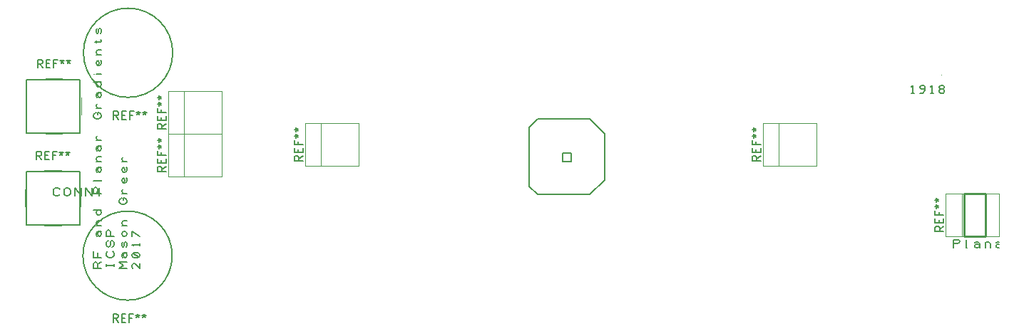
<source format=gbr>
G04 #@! TF.FileFunction,Legend,Top*
%FSLAX46Y46*%
G04 Gerber Fmt 4.6, Leading zero omitted, Abs format (unit mm)*
G04 Created by KiCad (PCBNEW 4.0.6) date 05/23/18 19:53:49*
%MOMM*%
%LPD*%
G01*
G04 APERTURE LIST*
%ADD10C,0.100000*%
%ADD11C,0.203200*%
%ADD12C,0.177800*%
%ADD13C,0.254000*%
%ADD14C,0.001000*%
%ADD15C,0.120000*%
%ADD16C,0.150000*%
G04 APERTURE END LIST*
D10*
D11*
X65000120Y20050000D02*
X66000120Y20050000D01*
X66000120Y20050000D02*
X66000120Y21050000D01*
X66000120Y21050000D02*
X65000120Y21050000D01*
X65000120Y21050000D02*
X65000120Y20050000D01*
X61000130Y24150070D02*
X61999880Y25150060D01*
X61999880Y25150060D02*
X68250050Y25150060D01*
X68250050Y25150060D02*
X70000110Y23400000D01*
X70000110Y23400000D02*
X70000110Y17899890D01*
X70000110Y17899890D02*
X68250050Y16150080D01*
X68250050Y16150080D02*
X61999880Y16150080D01*
X61999880Y16150080D02*
X61000130Y17150080D01*
X61000130Y17150080D02*
X61000130Y24150070D01*
D12*
X10221980Y7350000D02*
X9269480Y7350000D01*
X9269480Y7350000D02*
X9269480Y7905500D01*
X9269480Y7905500D02*
X9348720Y8064500D01*
X9348720Y8064500D02*
X9507470Y8143750D01*
X9507470Y8143750D02*
X9666220Y8064500D01*
X9666220Y8064500D02*
X9745730Y7905500D01*
X9745730Y7905500D02*
X9745730Y7350000D01*
X9745730Y7905500D02*
X10221980Y8143750D01*
X10221980Y8620000D02*
X9269480Y8620000D01*
X9269480Y8620000D02*
X9269480Y9413750D01*
X9745730Y9255000D02*
X9745730Y8620000D01*
X9666220Y11160000D02*
X9586980Y11318750D01*
X9586980Y11318750D02*
X9586980Y11557000D01*
X9586980Y11557000D02*
X9666220Y11715500D01*
X9666220Y11715500D02*
X9824970Y11795000D01*
X9824970Y11795000D02*
X10063230Y11795000D01*
X10063230Y11795000D02*
X10142470Y11715500D01*
X10142470Y11715500D02*
X10221980Y11557000D01*
X10221980Y11557000D02*
X10221980Y11398000D01*
X10221980Y11398000D02*
X10142470Y11239500D01*
X10142470Y11239500D02*
X10063230Y11160000D01*
X10063230Y11160000D02*
X9983720Y11160000D01*
X9983720Y11160000D02*
X9904480Y11239500D01*
X9904480Y11239500D02*
X9824970Y11398000D01*
X9824970Y11398000D02*
X9824970Y11557000D01*
X9824970Y11557000D02*
X9904480Y11715500D01*
X9904480Y11715500D02*
X9983720Y11795000D01*
X10063230Y11795000D02*
X10221980Y11795000D01*
X10221980Y12430000D02*
X9586980Y12430000D01*
X9824970Y12430000D02*
X9666220Y12509500D01*
X9666220Y12509500D02*
X9586980Y12668000D01*
X9586980Y12668000D02*
X9586980Y12827000D01*
X9586980Y12827000D02*
X9666220Y12985500D01*
X9666220Y12985500D02*
X9824970Y13065000D01*
X9824970Y13065000D02*
X10221980Y13065000D01*
X9824970Y14335000D02*
X9666220Y14255500D01*
X9666220Y14255500D02*
X9586980Y14097000D01*
X9586980Y14097000D02*
X9586980Y13938000D01*
X9586980Y13938000D02*
X9666220Y13779500D01*
X9666220Y13779500D02*
X9824970Y13700000D01*
X9824970Y13700000D02*
X9983720Y13700000D01*
X9983720Y13700000D02*
X10142470Y13779500D01*
X10142470Y13779500D02*
X10221980Y13938000D01*
X10221980Y13938000D02*
X10221980Y14097000D01*
X10221980Y14097000D02*
X10142470Y14255500D01*
X10142470Y14255500D02*
X9983720Y14335000D01*
X10221980Y14335000D02*
X9269480Y14335000D01*
X10221980Y16240000D02*
X9269480Y16240000D01*
X9269480Y16240000D02*
X9269480Y16795500D01*
X9269480Y16795500D02*
X9348720Y16954500D01*
X9348720Y16954500D02*
X9507470Y17033750D01*
X9507470Y17033750D02*
X9666220Y16954500D01*
X9666220Y16954500D02*
X9745730Y16795500D01*
X9745730Y16795500D02*
X9745730Y16240000D01*
X10221980Y17907000D02*
X10221980Y17827500D01*
X10221980Y17827500D02*
X9269480Y17827500D01*
X9666220Y18780000D02*
X9586980Y18938750D01*
X9586980Y18938750D02*
X9586980Y19177000D01*
X9586980Y19177000D02*
X9666220Y19335500D01*
X9666220Y19335500D02*
X9824970Y19415000D01*
X9824970Y19415000D02*
X10063230Y19415000D01*
X10063230Y19415000D02*
X10142470Y19335500D01*
X10142470Y19335500D02*
X10221980Y19177000D01*
X10221980Y19177000D02*
X10221980Y19018000D01*
X10221980Y19018000D02*
X10142470Y18859500D01*
X10142470Y18859500D02*
X10063230Y18780000D01*
X10063230Y18780000D02*
X9983720Y18780000D01*
X9983720Y18780000D02*
X9904480Y18859500D01*
X9904480Y18859500D02*
X9824970Y19018000D01*
X9824970Y19018000D02*
X9824970Y19177000D01*
X9824970Y19177000D02*
X9904480Y19335500D01*
X9904480Y19335500D02*
X9983720Y19415000D01*
X10063230Y19415000D02*
X10221980Y19415000D01*
X10221980Y20050000D02*
X9586980Y20050000D01*
X9824970Y20050000D02*
X9666220Y20129500D01*
X9666220Y20129500D02*
X9586980Y20288000D01*
X9586980Y20288000D02*
X9586980Y20447000D01*
X9586980Y20447000D02*
X9666220Y20605500D01*
X9666220Y20605500D02*
X9824970Y20685000D01*
X9824970Y20685000D02*
X10221980Y20685000D01*
X9666220Y21320000D02*
X9586980Y21478750D01*
X9586980Y21478750D02*
X9586980Y21717000D01*
X9586980Y21717000D02*
X9666220Y21875500D01*
X9666220Y21875500D02*
X9824970Y21955000D01*
X9824970Y21955000D02*
X10063230Y21955000D01*
X10063230Y21955000D02*
X10142470Y21875500D01*
X10142470Y21875500D02*
X10221980Y21717000D01*
X10221980Y21717000D02*
X10221980Y21558000D01*
X10221980Y21558000D02*
X10142470Y21399500D01*
X10142470Y21399500D02*
X10063230Y21320000D01*
X10063230Y21320000D02*
X9983720Y21320000D01*
X9983720Y21320000D02*
X9904480Y21399500D01*
X9904480Y21399500D02*
X9824970Y21558000D01*
X9824970Y21558000D02*
X9824970Y21717000D01*
X9824970Y21717000D02*
X9904480Y21875500D01*
X9904480Y21875500D02*
X9983720Y21955000D01*
X10063230Y21955000D02*
X10221980Y21955000D01*
X10221980Y22590000D02*
X9586980Y22590000D01*
X9824970Y22590000D02*
X9666220Y22669500D01*
X9666220Y22669500D02*
X9586980Y22828000D01*
X9586980Y22828000D02*
X9586980Y22987000D01*
X9586980Y22987000D02*
X9666220Y23145500D01*
X9824970Y25685500D02*
X9824970Y25923750D01*
X9824970Y25923750D02*
X9904480Y25923750D01*
X9904480Y25923750D02*
X10063230Y25844500D01*
X10063230Y25844500D02*
X10142470Y25765000D01*
X10142470Y25765000D02*
X10221980Y25606250D01*
X10221980Y25606250D02*
X10221980Y25447500D01*
X10221980Y25447500D02*
X10142470Y25288750D01*
X10142470Y25288750D02*
X10063230Y25209500D01*
X10063230Y25209500D02*
X9904480Y25130000D01*
X9904480Y25130000D02*
X9586980Y25130000D01*
X9586980Y25130000D02*
X9428230Y25209500D01*
X9428230Y25209500D02*
X9348720Y25288750D01*
X9348720Y25288750D02*
X9269480Y25447500D01*
X9269480Y25447500D02*
X9269480Y25606250D01*
X9269480Y25606250D02*
X9348720Y25765000D01*
X9348720Y25765000D02*
X9428230Y25844500D01*
X9428230Y25844500D02*
X9586980Y25923750D01*
X10221980Y26400000D02*
X9586980Y26400000D01*
X9824970Y26400000D02*
X9666220Y26479500D01*
X9666220Y26479500D02*
X9586980Y26638000D01*
X9586980Y26638000D02*
X9586980Y26797000D01*
X9586980Y26797000D02*
X9666220Y26955500D01*
X9666220Y27670000D02*
X9586980Y27828750D01*
X9586980Y27828750D02*
X9586980Y28067000D01*
X9586980Y28067000D02*
X9666220Y28225500D01*
X9666220Y28225500D02*
X9824970Y28305000D01*
X9824970Y28305000D02*
X10063230Y28305000D01*
X10063230Y28305000D02*
X10142470Y28225500D01*
X10142470Y28225500D02*
X10221980Y28067000D01*
X10221980Y28067000D02*
X10221980Y27908000D01*
X10221980Y27908000D02*
X10142470Y27749500D01*
X10142470Y27749500D02*
X10063230Y27670000D01*
X10063230Y27670000D02*
X9983720Y27670000D01*
X9983720Y27670000D02*
X9904480Y27749500D01*
X9904480Y27749500D02*
X9824970Y27908000D01*
X9824970Y27908000D02*
X9824970Y28067000D01*
X9824970Y28067000D02*
X9904480Y28225500D01*
X9904480Y28225500D02*
X9983720Y28305000D01*
X10063230Y28305000D02*
X10221980Y28305000D01*
X9824970Y29575000D02*
X9666220Y29495500D01*
X9666220Y29495500D02*
X9586980Y29337000D01*
X9586980Y29337000D02*
X9586980Y29178000D01*
X9586980Y29178000D02*
X9666220Y29019500D01*
X9666220Y29019500D02*
X9824970Y28940000D01*
X9824970Y28940000D02*
X9983720Y28940000D01*
X9983720Y28940000D02*
X10142470Y29019500D01*
X10142470Y29019500D02*
X10221980Y29178000D01*
X10221980Y29178000D02*
X10221980Y29337000D01*
X10221980Y29337000D02*
X10142470Y29495500D01*
X10142470Y29495500D02*
X9983720Y29575000D01*
X10221980Y29575000D02*
X9269480Y29575000D01*
X10221980Y30527500D02*
X9586980Y30527500D01*
X9348720Y30527500D02*
X9348720Y30527500D01*
X10142470Y32115000D02*
X10221980Y32035500D01*
X10221980Y32035500D02*
X10221980Y31877000D01*
X10221980Y31877000D02*
X10221980Y31718000D01*
X10221980Y31718000D02*
X10142470Y31559500D01*
X10142470Y31559500D02*
X9983720Y31480000D01*
X9983720Y31480000D02*
X9745730Y31480000D01*
X9745730Y31480000D02*
X9666220Y31559500D01*
X9666220Y31559500D02*
X9586980Y31718000D01*
X9586980Y31718000D02*
X9586980Y31877000D01*
X9586980Y31877000D02*
X9666220Y32035500D01*
X9666220Y32035500D02*
X9745730Y32115000D01*
X9745730Y32115000D02*
X9824970Y32115000D01*
X9824970Y32115000D02*
X9904480Y32035500D01*
X9904480Y32035500D02*
X9983720Y31877000D01*
X9983720Y31877000D02*
X9983720Y31718000D01*
X9983720Y31718000D02*
X9904480Y31559500D01*
X9904480Y31559500D02*
X9824970Y31480000D01*
X10221980Y32750000D02*
X9586980Y32750000D01*
X9824970Y32750000D02*
X9666220Y32829500D01*
X9666220Y32829500D02*
X9586980Y32988000D01*
X9586980Y32988000D02*
X9586980Y33147000D01*
X9586980Y33147000D02*
X9666220Y33305500D01*
X9666220Y33305500D02*
X9824970Y33385000D01*
X9824970Y33385000D02*
X10221980Y33385000D01*
X9586980Y34178750D02*
X9586980Y34496250D01*
X9428230Y34337500D02*
X10142470Y34337500D01*
X10142470Y34337500D02*
X10221980Y34417000D01*
X10221980Y34417000D02*
X10221980Y34496250D01*
X10221980Y34496250D02*
X10142470Y34575500D01*
X10142470Y35290000D02*
X10221980Y35448750D01*
X10221980Y35448750D02*
X10221980Y35766250D01*
X10221980Y35766250D02*
X10142470Y35925000D01*
X10142470Y35925000D02*
X9983720Y35925000D01*
X9983720Y35925000D02*
X9904480Y35766250D01*
X9904480Y35766250D02*
X9904480Y35448750D01*
X9904480Y35448750D02*
X9824970Y35290000D01*
X9824970Y35290000D02*
X9666220Y35290000D01*
X9666220Y35290000D02*
X9586980Y35448750D01*
X9586980Y35448750D02*
X9586980Y35766250D01*
X9586980Y35766250D02*
X9666220Y35925000D01*
X11745980Y7588000D02*
X11745980Y7905500D01*
X11745980Y7747000D02*
X10793480Y7747000D01*
X10793480Y7588000D02*
X10793480Y7905500D01*
X11587230Y9413750D02*
X11666470Y9334500D01*
X11666470Y9334500D02*
X11745980Y9175500D01*
X11745980Y9175500D02*
X11745980Y8937500D01*
X11745980Y8937500D02*
X11666470Y8778750D01*
X11666470Y8778750D02*
X11587230Y8699500D01*
X11587230Y8699500D02*
X11428480Y8620000D01*
X11428480Y8620000D02*
X11110980Y8620000D01*
X11110980Y8620000D02*
X10952230Y8699500D01*
X10952230Y8699500D02*
X10872720Y8778750D01*
X10872720Y8778750D02*
X10793480Y8937500D01*
X10793480Y8937500D02*
X10793480Y9175500D01*
X10793480Y9175500D02*
X10872720Y9334500D01*
X10872720Y9334500D02*
X10952230Y9413750D01*
X11507720Y9890000D02*
X11666470Y9969500D01*
X11666470Y9969500D02*
X11745980Y10128000D01*
X11745980Y10128000D02*
X11745980Y10445500D01*
X11745980Y10445500D02*
X11666470Y10604500D01*
X11666470Y10604500D02*
X11507720Y10683750D01*
X11507720Y10683750D02*
X11348970Y10604500D01*
X11348970Y10604500D02*
X11269730Y10445500D01*
X11269730Y10445500D02*
X11269730Y10128000D01*
X11269730Y10128000D02*
X11190220Y9969500D01*
X11190220Y9969500D02*
X11031470Y9890000D01*
X11031470Y9890000D02*
X10872720Y9969500D01*
X10872720Y9969500D02*
X10793480Y10128000D01*
X10793480Y10128000D02*
X10793480Y10445500D01*
X10793480Y10445500D02*
X10872720Y10604500D01*
X10872720Y10604500D02*
X11031470Y10683750D01*
X11745980Y11160000D02*
X10793480Y11160000D01*
X10793480Y11160000D02*
X10793480Y11715500D01*
X10793480Y11715500D02*
X10872720Y11874500D01*
X10872720Y11874500D02*
X11031470Y11953750D01*
X11031470Y11953750D02*
X11190220Y11874500D01*
X11190220Y11874500D02*
X11269730Y11715500D01*
X11269730Y11715500D02*
X11269730Y11160000D01*
X13269980Y7350000D02*
X12317480Y7350000D01*
X12317480Y7350000D02*
X12793730Y7747000D01*
X12793730Y7747000D02*
X12317480Y8143750D01*
X12317480Y8143750D02*
X13269980Y8143750D01*
X12714220Y8620000D02*
X12634980Y8778750D01*
X12634980Y8778750D02*
X12634980Y9017000D01*
X12634980Y9017000D02*
X12714220Y9175500D01*
X12714220Y9175500D02*
X12872970Y9255000D01*
X12872970Y9255000D02*
X13111230Y9255000D01*
X13111230Y9255000D02*
X13190470Y9175500D01*
X13190470Y9175500D02*
X13269980Y9017000D01*
X13269980Y9017000D02*
X13269980Y8858000D01*
X13269980Y8858000D02*
X13190470Y8699500D01*
X13190470Y8699500D02*
X13111230Y8620000D01*
X13111230Y8620000D02*
X13031720Y8620000D01*
X13031720Y8620000D02*
X12952480Y8699500D01*
X12952480Y8699500D02*
X12872970Y8858000D01*
X12872970Y8858000D02*
X12872970Y9017000D01*
X12872970Y9017000D02*
X12952480Y9175500D01*
X12952480Y9175500D02*
X13031720Y9255000D01*
X13111230Y9255000D02*
X13269980Y9255000D01*
X13190470Y9890000D02*
X13269980Y10048750D01*
X13269980Y10048750D02*
X13269980Y10366250D01*
X13269980Y10366250D02*
X13190470Y10525000D01*
X13190470Y10525000D02*
X13031720Y10525000D01*
X13031720Y10525000D02*
X12952480Y10366250D01*
X12952480Y10366250D02*
X12952480Y10048750D01*
X12952480Y10048750D02*
X12872970Y9890000D01*
X12872970Y9890000D02*
X12714220Y9890000D01*
X12714220Y9890000D02*
X12634980Y10048750D01*
X12634980Y10048750D02*
X12634980Y10366250D01*
X12634980Y10366250D02*
X12714220Y10525000D01*
X13031720Y11160000D02*
X13190470Y11239500D01*
X13190470Y11239500D02*
X13269980Y11398000D01*
X13269980Y11398000D02*
X13269980Y11557000D01*
X13269980Y11557000D02*
X13190470Y11715500D01*
X13190470Y11715500D02*
X13031720Y11795000D01*
X13031720Y11795000D02*
X12872970Y11795000D01*
X12872970Y11795000D02*
X12714220Y11715500D01*
X12714220Y11715500D02*
X12634980Y11557000D01*
X12634980Y11557000D02*
X12634980Y11398000D01*
X12634980Y11398000D02*
X12714220Y11239500D01*
X12714220Y11239500D02*
X12872970Y11160000D01*
X12872970Y11160000D02*
X13031720Y11160000D01*
X13269980Y12430000D02*
X12634980Y12430000D01*
X12872970Y12430000D02*
X12714220Y12509500D01*
X12714220Y12509500D02*
X12634980Y12668000D01*
X12634980Y12668000D02*
X12634980Y12827000D01*
X12634980Y12827000D02*
X12714220Y12985500D01*
X12714220Y12985500D02*
X12872970Y13065000D01*
X12872970Y13065000D02*
X13269980Y13065000D01*
X12872970Y15525500D02*
X12872970Y15763750D01*
X12872970Y15763750D02*
X12952480Y15763750D01*
X12952480Y15763750D02*
X13111230Y15684500D01*
X13111230Y15684500D02*
X13190470Y15605000D01*
X13190470Y15605000D02*
X13269980Y15446250D01*
X13269980Y15446250D02*
X13269980Y15287500D01*
X13269980Y15287500D02*
X13190470Y15128750D01*
X13190470Y15128750D02*
X13111230Y15049500D01*
X13111230Y15049500D02*
X12952480Y14970000D01*
X12952480Y14970000D02*
X12634980Y14970000D01*
X12634980Y14970000D02*
X12476230Y15049500D01*
X12476230Y15049500D02*
X12396720Y15128750D01*
X12396720Y15128750D02*
X12317480Y15287500D01*
X12317480Y15287500D02*
X12317480Y15446250D01*
X12317480Y15446250D02*
X12396720Y15605000D01*
X12396720Y15605000D02*
X12476230Y15684500D01*
X12476230Y15684500D02*
X12634980Y15763750D01*
X13269980Y16240000D02*
X12634980Y16240000D01*
X12872970Y16240000D02*
X12714220Y16319500D01*
X12714220Y16319500D02*
X12634980Y16478000D01*
X12634980Y16478000D02*
X12634980Y16637000D01*
X12634980Y16637000D02*
X12714220Y16795500D01*
X13190470Y18145000D02*
X13269980Y18065500D01*
X13269980Y18065500D02*
X13269980Y17907000D01*
X13269980Y17907000D02*
X13269980Y17748000D01*
X13269980Y17748000D02*
X13190470Y17589500D01*
X13190470Y17589500D02*
X13031720Y17510000D01*
X13031720Y17510000D02*
X12793730Y17510000D01*
X12793730Y17510000D02*
X12714220Y17589500D01*
X12714220Y17589500D02*
X12634980Y17748000D01*
X12634980Y17748000D02*
X12634980Y17907000D01*
X12634980Y17907000D02*
X12714220Y18065500D01*
X12714220Y18065500D02*
X12793730Y18145000D01*
X12793730Y18145000D02*
X12872970Y18145000D01*
X12872970Y18145000D02*
X12952480Y18065500D01*
X12952480Y18065500D02*
X13031720Y17907000D01*
X13031720Y17907000D02*
X13031720Y17748000D01*
X13031720Y17748000D02*
X12952480Y17589500D01*
X12952480Y17589500D02*
X12872970Y17510000D01*
X13190470Y19415000D02*
X13269980Y19335500D01*
X13269980Y19335500D02*
X13269980Y19177000D01*
X13269980Y19177000D02*
X13269980Y19018000D01*
X13269980Y19018000D02*
X13190470Y18859500D01*
X13190470Y18859500D02*
X13031720Y18780000D01*
X13031720Y18780000D02*
X12793730Y18780000D01*
X12793730Y18780000D02*
X12714220Y18859500D01*
X12714220Y18859500D02*
X12634980Y19018000D01*
X12634980Y19018000D02*
X12634980Y19177000D01*
X12634980Y19177000D02*
X12714220Y19335500D01*
X12714220Y19335500D02*
X12793730Y19415000D01*
X12793730Y19415000D02*
X12872970Y19415000D01*
X12872970Y19415000D02*
X12952480Y19335500D01*
X12952480Y19335500D02*
X13031720Y19177000D01*
X13031720Y19177000D02*
X13031720Y19018000D01*
X12952480Y18859500D02*
X12872970Y18780000D01*
X13269980Y20050000D02*
X12634980Y20050000D01*
X12872970Y20050000D02*
X12714220Y20129500D01*
X12714220Y20129500D02*
X12634980Y20288000D01*
X12634980Y20288000D02*
X12634980Y20447000D01*
X12634980Y20447000D02*
X12714220Y20605500D01*
X14793980Y7985000D02*
X14793980Y7350000D01*
X14793980Y7350000D02*
X14238220Y7905500D01*
X14238220Y7905500D02*
X14079470Y7985000D01*
X14079470Y7985000D02*
X13920720Y7905500D01*
X13920720Y7905500D02*
X13841480Y7747000D01*
X13841480Y7747000D02*
X13841480Y7508750D01*
X13841480Y7508750D02*
X13920720Y7350000D01*
X14714470Y8699500D02*
X14793980Y8858000D01*
X14793980Y8858000D02*
X14793980Y9017000D01*
X14793980Y9017000D02*
X14714470Y9175500D01*
X14714470Y9175500D02*
X14555720Y9255000D01*
X14555720Y9255000D02*
X14079470Y9255000D01*
X14079470Y9255000D02*
X13920720Y9175500D01*
X13920720Y9175500D02*
X13841480Y9017000D01*
X13841480Y9017000D02*
X13841480Y8858000D01*
X13841480Y8858000D02*
X13920720Y8699500D01*
X13920720Y8699500D02*
X14079470Y8620000D01*
X14079470Y8620000D02*
X14555720Y8620000D01*
X14555720Y8620000D02*
X14714470Y8699500D01*
X14714470Y8699500D02*
X13920720Y9175500D01*
X14793980Y10048750D02*
X14793980Y10366250D01*
X14793980Y10207500D02*
X13841480Y10207500D01*
X13841480Y10207500D02*
X14000230Y10048750D01*
X14793980Y11160000D02*
X13841480Y11795000D01*
X13841480Y11795000D02*
X13841480Y11160000D01*
D13*
X112629950Y16279620D02*
X112629950Y11199620D01*
X112629950Y11199620D02*
X115169950Y11199620D01*
X115169950Y11199620D02*
X115169950Y16279620D01*
X115169950Y16279620D02*
X112629950Y16279620D01*
D12*
X111350040Y9847830D02*
X111350040Y10800330D01*
X111350040Y10800330D02*
X111905540Y10800330D01*
X111905540Y10800330D02*
X112064290Y10721090D01*
X112064290Y10721090D02*
X112143790Y10562340D01*
X112143790Y10562340D02*
X112064290Y10403590D01*
X112064290Y10403590D02*
X111905540Y10324080D01*
X111905540Y10324080D02*
X111350040Y10324080D01*
X113016790Y9847830D02*
X112937540Y9847830D01*
X112937540Y9847830D02*
X112937540Y10800330D01*
X113890040Y10403590D02*
X114048790Y10482830D01*
X114048790Y10482830D02*
X114286790Y10482830D01*
X114286790Y10482830D02*
X114445540Y10403590D01*
X114445540Y10403590D02*
X114525040Y10244840D01*
X114525040Y10244840D02*
X114525040Y10006580D01*
X114525040Y10006580D02*
X114445540Y9927340D01*
X114445540Y9927340D02*
X114286790Y9847830D01*
X114286790Y9847830D02*
X114128040Y9847830D01*
X114128040Y9847830D02*
X113969290Y9927340D01*
X113969290Y9927340D02*
X113890040Y10006580D01*
X113890040Y10006580D02*
X113890040Y10086090D01*
X113890040Y10086090D02*
X113969290Y10165330D01*
X113969290Y10165330D02*
X114128040Y10244840D01*
X114128040Y10244840D02*
X114286790Y10244840D01*
X114286790Y10244840D02*
X114445540Y10165330D01*
X114445540Y10165330D02*
X114525040Y10086090D01*
X114525040Y10006580D02*
X114525040Y9847830D01*
X115160040Y9847830D02*
X115160040Y10482830D01*
X115160040Y10244840D02*
X115239290Y10403590D01*
X115239290Y10403590D02*
X115398040Y10482830D01*
X115398040Y10482830D02*
X115556790Y10482830D01*
X115556790Y10482830D02*
X115715540Y10403590D01*
X115715540Y10403590D02*
X115795040Y10244840D01*
X115795040Y10244840D02*
X115795040Y9847830D01*
X116430040Y10403590D02*
X116588790Y10482830D01*
X116588790Y10482830D02*
X116826790Y10482830D01*
X116826790Y9847830D02*
X116668040Y9847830D01*
X116668040Y9847830D02*
X116509290Y9927340D01*
X116509290Y9927340D02*
X116430040Y10006580D01*
X116430040Y10006580D02*
X116430040Y10086090D01*
X116430040Y10086090D02*
X116509290Y10165330D01*
X116509290Y10165330D02*
X116668040Y10244840D01*
X116668040Y10244840D02*
X116826790Y10244840D01*
D11*
X1352040Y23477980D02*
X7702040Y23477980D01*
X7702040Y23477980D02*
X7702040Y29827980D01*
X7702040Y29827980D02*
X1352040Y29827980D01*
X1352040Y29827980D02*
X1352040Y23477980D01*
X1324860Y12575030D02*
X7674860Y12575030D01*
X7674860Y12575030D02*
X7674860Y18925030D01*
X7674860Y18925030D02*
X1324860Y18925030D01*
X1324860Y18925030D02*
X1324860Y12575030D01*
D12*
X5293870Y16147030D02*
X5214370Y16067530D01*
X5214370Y16067530D02*
X5055620Y15988030D01*
X5055620Y15988030D02*
X4817360Y15988030D01*
X4817360Y15988030D02*
X4658870Y16067530D01*
X4658870Y16067530D02*
X4579370Y16147030D01*
X4579370Y16147030D02*
X4499860Y16305530D01*
X4499860Y16305530D02*
X4499860Y16623030D01*
X4499860Y16623030D02*
X4579370Y16782030D01*
X4579370Y16782030D02*
X4658870Y16861280D01*
X4658870Y16861280D02*
X4817360Y16940530D01*
X4817360Y16940530D02*
X5055620Y16940530D01*
X5055620Y16940530D02*
X5214370Y16861280D01*
X5214370Y16861280D02*
X5293870Y16782030D01*
X5769860Y16305530D02*
X5769860Y16623030D01*
X5769860Y16623030D02*
X5849370Y16782030D01*
X5849370Y16782030D02*
X5928870Y16861280D01*
X5928870Y16861280D02*
X6087360Y16940530D01*
X6087360Y16940530D02*
X6246370Y16940530D01*
X6246370Y16940530D02*
X6404860Y16861280D01*
X6404860Y16861280D02*
X6484370Y16782030D01*
X6484370Y16782030D02*
X6563870Y16623030D01*
X6563870Y16623030D02*
X6563870Y16305530D01*
X6563870Y16305530D02*
X6484370Y16147030D01*
X6484370Y16147030D02*
X6404860Y16067530D01*
X6404860Y16067530D02*
X6246370Y15988030D01*
X6246370Y15988030D02*
X6087360Y15988030D01*
X6087360Y15988030D02*
X5928870Y16067530D01*
X5928870Y16067530D02*
X5849370Y16147030D01*
X5849370Y16147030D02*
X5769860Y16305530D01*
X7039860Y15988030D02*
X7039860Y16940530D01*
X7039860Y16940530D02*
X7833870Y15988030D01*
X7833870Y15988030D02*
X7833870Y16940530D01*
X8309860Y15988030D02*
X8309860Y16940530D01*
X8309860Y16940530D02*
X9103870Y15988030D01*
X9103870Y15988030D02*
X9103870Y16940530D01*
X9976870Y15988030D02*
X9976870Y16940530D01*
X9976870Y16940530D02*
X9579860Y16305530D01*
X9579860Y16305530D02*
X10214860Y16305530D01*
X106412540Y29005780D02*
X106572300Y29165550D01*
X106572300Y29165550D02*
X106572300Y28206950D01*
X106412540Y28206950D02*
X106732070Y28206950D01*
X107395770Y28206950D02*
X107715300Y28206950D01*
X107715300Y28206950D02*
X108034840Y28526490D01*
X108034840Y28526490D02*
X108034840Y29005780D01*
X108034840Y29005780D02*
X107875070Y29165550D01*
X107875070Y29165550D02*
X107555540Y29165550D01*
X107555540Y29165550D02*
X107395770Y29005780D01*
X107395770Y29005780D02*
X107395770Y28846020D01*
X107395770Y28846020D02*
X107555540Y28686250D01*
X107555540Y28686250D02*
X108034840Y28686250D01*
X108698540Y29005780D02*
X108858300Y29165550D01*
X108858300Y29165550D02*
X108858300Y28206950D01*
X108698540Y28206950D02*
X109018070Y28206950D01*
X109841540Y29165550D02*
X110161070Y29165550D01*
X109841540Y28686250D02*
X110161070Y28686250D01*
X109841540Y28206950D02*
X110161070Y28206950D01*
X109681770Y29005780D02*
X109681770Y28846020D01*
X110320840Y29005780D02*
X110320840Y28846020D01*
X109681770Y28526490D02*
X109681770Y28366720D01*
X110320840Y28526490D02*
X110320840Y28366720D01*
X110161070Y29165550D02*
X110320840Y29005780D01*
X109841540Y29165550D02*
X109681770Y29005780D01*
X110161070Y28686250D02*
X110320840Y28846020D01*
X109841540Y28686250D02*
X109681770Y28846020D01*
X110161070Y28686250D02*
X110320840Y28526490D01*
X109841540Y28686250D02*
X109681770Y28526490D01*
X110161070Y28206950D02*
X110320840Y28366720D01*
X109841540Y28206950D02*
X109681770Y28366720D01*
D14*
X109956600Y30437580D02*
X109956600Y30437580D01*
D15*
X20066000Y28448000D02*
X20066000Y23368000D01*
X24506000Y28448000D02*
X24506000Y23368000D01*
X18166000Y23368000D02*
X18166000Y28448000D01*
X18166000Y23368000D02*
X24506000Y23368000D01*
X18166000Y28448000D02*
X24506000Y28448000D01*
X20066000Y23368000D02*
X20066000Y18288000D01*
X24506000Y23368000D02*
X24506000Y18288000D01*
X18166000Y18288000D02*
X18166000Y23368000D01*
X18166000Y18288000D02*
X24506000Y18288000D01*
X18166000Y23368000D02*
X24506000Y23368000D01*
X3572000Y29970000D02*
X5572000Y29970000D01*
X3572000Y23370000D02*
X5572000Y23370000D01*
X7872000Y27670000D02*
X7872000Y25670000D01*
X1272000Y27670000D02*
X1272000Y25670000D01*
D16*
X18698301Y33020000D02*
G75*
G03X18698301Y33020000I-5303301J0D01*
G01*
D15*
X3445000Y19048000D02*
X5445000Y19048000D01*
X3445000Y12448000D02*
X5445000Y12448000D01*
X7745000Y16748000D02*
X7745000Y14748000D01*
X1145000Y16748000D02*
X1145000Y14748000D01*
X36322000Y24638000D02*
X36322000Y19558000D01*
X40762000Y24638000D02*
X40762000Y19558000D01*
X34422000Y19558000D02*
X34422000Y24638000D01*
X34422000Y19558000D02*
X40762000Y19558000D01*
X34422000Y24638000D02*
X40762000Y24638000D01*
X112395000Y16256000D02*
X112395000Y11176000D01*
X116835000Y16256000D02*
X116835000Y11176000D01*
X110495000Y11176000D02*
X110495000Y16256000D01*
X110495000Y11176000D02*
X116835000Y11176000D01*
X110495000Y16256000D02*
X116835000Y16256000D01*
X90678000Y24638000D02*
X90678000Y19558000D01*
X95118000Y24638000D02*
X95118000Y19558000D01*
X88778000Y19558000D02*
X88778000Y24638000D01*
X88778000Y19558000D02*
X95118000Y19558000D01*
X88778000Y24638000D02*
X95118000Y24638000D01*
D16*
X18638301Y8890000D02*
G75*
G03X18638301Y8890000I-5303301J0D01*
G01*
X17888381Y24574667D02*
X17412190Y24241333D01*
X17888381Y24003238D02*
X16888381Y24003238D01*
X16888381Y24384191D01*
X16936000Y24479429D01*
X16983619Y24527048D01*
X17078857Y24574667D01*
X17221714Y24574667D01*
X17316952Y24527048D01*
X17364571Y24479429D01*
X17412190Y24384191D01*
X17412190Y24003238D01*
X17364571Y25003238D02*
X17364571Y25336572D01*
X17888381Y25479429D02*
X17888381Y25003238D01*
X16888381Y25003238D01*
X16888381Y25479429D01*
X17364571Y26241334D02*
X17364571Y25908000D01*
X17888381Y25908000D02*
X16888381Y25908000D01*
X16888381Y26384191D01*
X16888381Y26908000D02*
X17126476Y26908000D01*
X17031238Y26669905D02*
X17126476Y26908000D01*
X17031238Y27146096D01*
X17316952Y26765143D02*
X17126476Y26908000D01*
X17316952Y27050858D01*
X16888381Y27669905D02*
X17126476Y27669905D01*
X17031238Y27431810D02*
X17126476Y27669905D01*
X17031238Y27908001D01*
X17316952Y27527048D02*
X17126476Y27669905D01*
X17316952Y27812763D01*
X17888381Y19494667D02*
X17412190Y19161333D01*
X17888381Y18923238D02*
X16888381Y18923238D01*
X16888381Y19304191D01*
X16936000Y19399429D01*
X16983619Y19447048D01*
X17078857Y19494667D01*
X17221714Y19494667D01*
X17316952Y19447048D01*
X17364571Y19399429D01*
X17412190Y19304191D01*
X17412190Y18923238D01*
X17364571Y19923238D02*
X17364571Y20256572D01*
X17888381Y20399429D02*
X17888381Y19923238D01*
X16888381Y19923238D01*
X16888381Y20399429D01*
X17364571Y21161334D02*
X17364571Y20828000D01*
X17888381Y20828000D02*
X16888381Y20828000D01*
X16888381Y21304191D01*
X16888381Y21828000D02*
X17126476Y21828000D01*
X17031238Y21589905D02*
X17126476Y21828000D01*
X17031238Y22066096D01*
X17316952Y21685143D02*
X17126476Y21828000D01*
X17316952Y21970858D01*
X16888381Y22589905D02*
X17126476Y22589905D01*
X17031238Y22351810D02*
X17126476Y22589905D01*
X17031238Y22828001D01*
X17316952Y22447048D02*
X17126476Y22589905D01*
X17316952Y22732763D01*
X3238667Y31217619D02*
X2905333Y31693810D01*
X2667238Y31217619D02*
X2667238Y32217619D01*
X3048191Y32217619D01*
X3143429Y32170000D01*
X3191048Y32122381D01*
X3238667Y32027143D01*
X3238667Y31884286D01*
X3191048Y31789048D01*
X3143429Y31741429D01*
X3048191Y31693810D01*
X2667238Y31693810D01*
X3667238Y31741429D02*
X4000572Y31741429D01*
X4143429Y31217619D02*
X3667238Y31217619D01*
X3667238Y32217619D01*
X4143429Y32217619D01*
X4905334Y31741429D02*
X4572000Y31741429D01*
X4572000Y31217619D02*
X4572000Y32217619D01*
X5048191Y32217619D01*
X5572000Y32217619D02*
X5572000Y31979524D01*
X5333905Y32074762D02*
X5572000Y31979524D01*
X5810096Y32074762D01*
X5429143Y31789048D02*
X5572000Y31979524D01*
X5714858Y31789048D01*
X6333905Y32217619D02*
X6333905Y31979524D01*
X6095810Y32074762D02*
X6333905Y31979524D01*
X6572001Y32074762D01*
X6191048Y31789048D02*
X6333905Y31979524D01*
X6476763Y31789048D01*
X12261667Y25067619D02*
X11928333Y25543810D01*
X11690238Y25067619D02*
X11690238Y26067619D01*
X12071191Y26067619D01*
X12166429Y26020000D01*
X12214048Y25972381D01*
X12261667Y25877143D01*
X12261667Y25734286D01*
X12214048Y25639048D01*
X12166429Y25591429D01*
X12071191Y25543810D01*
X11690238Y25543810D01*
X12690238Y25591429D02*
X13023572Y25591429D01*
X13166429Y25067619D02*
X12690238Y25067619D01*
X12690238Y26067619D01*
X13166429Y26067619D01*
X13928334Y25591429D02*
X13595000Y25591429D01*
X13595000Y25067619D02*
X13595000Y26067619D01*
X14071191Y26067619D01*
X14595000Y26067619D02*
X14595000Y25829524D01*
X14356905Y25924762D02*
X14595000Y25829524D01*
X14833096Y25924762D01*
X14452143Y25639048D02*
X14595000Y25829524D01*
X14737858Y25639048D01*
X15356905Y26067619D02*
X15356905Y25829524D01*
X15118810Y25924762D02*
X15356905Y25829524D01*
X15595001Y25924762D01*
X15214048Y25639048D02*
X15356905Y25829524D01*
X15499763Y25639048D01*
X3111667Y20295619D02*
X2778333Y20771810D01*
X2540238Y20295619D02*
X2540238Y21295619D01*
X2921191Y21295619D01*
X3016429Y21248000D01*
X3064048Y21200381D01*
X3111667Y21105143D01*
X3111667Y20962286D01*
X3064048Y20867048D01*
X3016429Y20819429D01*
X2921191Y20771810D01*
X2540238Y20771810D01*
X3540238Y20819429D02*
X3873572Y20819429D01*
X4016429Y20295619D02*
X3540238Y20295619D01*
X3540238Y21295619D01*
X4016429Y21295619D01*
X4778334Y20819429D02*
X4445000Y20819429D01*
X4445000Y20295619D02*
X4445000Y21295619D01*
X4921191Y21295619D01*
X5445000Y21295619D02*
X5445000Y21057524D01*
X5206905Y21152762D02*
X5445000Y21057524D01*
X5683096Y21152762D01*
X5302143Y20867048D02*
X5445000Y21057524D01*
X5587858Y20867048D01*
X6206905Y21295619D02*
X6206905Y21057524D01*
X5968810Y21152762D02*
X6206905Y21057524D01*
X6445001Y21152762D01*
X6064048Y20867048D02*
X6206905Y21057524D01*
X6349763Y20867048D01*
X34144381Y20764667D02*
X33668190Y20431333D01*
X34144381Y20193238D02*
X33144381Y20193238D01*
X33144381Y20574191D01*
X33192000Y20669429D01*
X33239619Y20717048D01*
X33334857Y20764667D01*
X33477714Y20764667D01*
X33572952Y20717048D01*
X33620571Y20669429D01*
X33668190Y20574191D01*
X33668190Y20193238D01*
X33620571Y21193238D02*
X33620571Y21526572D01*
X34144381Y21669429D02*
X34144381Y21193238D01*
X33144381Y21193238D01*
X33144381Y21669429D01*
X33620571Y22431334D02*
X33620571Y22098000D01*
X34144381Y22098000D02*
X33144381Y22098000D01*
X33144381Y22574191D01*
X33144381Y23098000D02*
X33382476Y23098000D01*
X33287238Y22859905D02*
X33382476Y23098000D01*
X33287238Y23336096D01*
X33572952Y22955143D02*
X33382476Y23098000D01*
X33572952Y23240858D01*
X33144381Y23859905D02*
X33382476Y23859905D01*
X33287238Y23621810D02*
X33382476Y23859905D01*
X33287238Y24098001D01*
X33572952Y23717048D02*
X33382476Y23859905D01*
X33572952Y24002763D01*
X110217381Y12382667D02*
X109741190Y12049333D01*
X110217381Y11811238D02*
X109217381Y11811238D01*
X109217381Y12192191D01*
X109265000Y12287429D01*
X109312619Y12335048D01*
X109407857Y12382667D01*
X109550714Y12382667D01*
X109645952Y12335048D01*
X109693571Y12287429D01*
X109741190Y12192191D01*
X109741190Y11811238D01*
X109693571Y12811238D02*
X109693571Y13144572D01*
X110217381Y13287429D02*
X110217381Y12811238D01*
X109217381Y12811238D01*
X109217381Y13287429D01*
X109693571Y14049334D02*
X109693571Y13716000D01*
X110217381Y13716000D02*
X109217381Y13716000D01*
X109217381Y14192191D01*
X109217381Y14716000D02*
X109455476Y14716000D01*
X109360238Y14477905D02*
X109455476Y14716000D01*
X109360238Y14954096D01*
X109645952Y14573143D02*
X109455476Y14716000D01*
X109645952Y14858858D01*
X109217381Y15477905D02*
X109455476Y15477905D01*
X109360238Y15239810D02*
X109455476Y15477905D01*
X109360238Y15716001D01*
X109645952Y15335048D02*
X109455476Y15477905D01*
X109645952Y15620763D01*
X88500381Y20764667D02*
X88024190Y20431333D01*
X88500381Y20193238D02*
X87500381Y20193238D01*
X87500381Y20574191D01*
X87548000Y20669429D01*
X87595619Y20717048D01*
X87690857Y20764667D01*
X87833714Y20764667D01*
X87928952Y20717048D01*
X87976571Y20669429D01*
X88024190Y20574191D01*
X88024190Y20193238D01*
X87976571Y21193238D02*
X87976571Y21526572D01*
X88500381Y21669429D02*
X88500381Y21193238D01*
X87500381Y21193238D01*
X87500381Y21669429D01*
X87976571Y22431334D02*
X87976571Y22098000D01*
X88500381Y22098000D02*
X87500381Y22098000D01*
X87500381Y22574191D01*
X87500381Y23098000D02*
X87738476Y23098000D01*
X87643238Y22859905D02*
X87738476Y23098000D01*
X87643238Y23336096D01*
X87928952Y22955143D02*
X87738476Y23098000D01*
X87928952Y23240858D01*
X87500381Y23859905D02*
X87738476Y23859905D01*
X87643238Y23621810D02*
X87738476Y23859905D01*
X87643238Y24098001D01*
X87928952Y23717048D02*
X87738476Y23859905D01*
X87928952Y24002763D01*
X12201667Y937619D02*
X11868333Y1413810D01*
X11630238Y937619D02*
X11630238Y1937619D01*
X12011191Y1937619D01*
X12106429Y1890000D01*
X12154048Y1842381D01*
X12201667Y1747143D01*
X12201667Y1604286D01*
X12154048Y1509048D01*
X12106429Y1461429D01*
X12011191Y1413810D01*
X11630238Y1413810D01*
X12630238Y1461429D02*
X12963572Y1461429D01*
X13106429Y937619D02*
X12630238Y937619D01*
X12630238Y1937619D01*
X13106429Y1937619D01*
X13868334Y1461429D02*
X13535000Y1461429D01*
X13535000Y937619D02*
X13535000Y1937619D01*
X14011191Y1937619D01*
X14535000Y1937619D02*
X14535000Y1699524D01*
X14296905Y1794762D02*
X14535000Y1699524D01*
X14773096Y1794762D01*
X14392143Y1509048D02*
X14535000Y1699524D01*
X14677858Y1509048D01*
X15296905Y1937619D02*
X15296905Y1699524D01*
X15058810Y1794762D02*
X15296905Y1699524D01*
X15535001Y1794762D01*
X15154048Y1509048D02*
X15296905Y1699524D01*
X15439763Y1509048D01*
M02*

</source>
